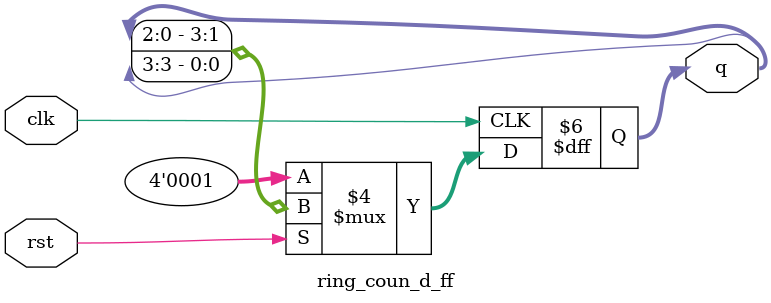
<source format=v>
module ring_coun_d_ff(clk,rst,q);input clk,rst;output reg[3:0] q;always @(posedge clk)begin if(!rst)q=4'b0001;else q<={q[2:0], q[3]};end endmodule
</source>
